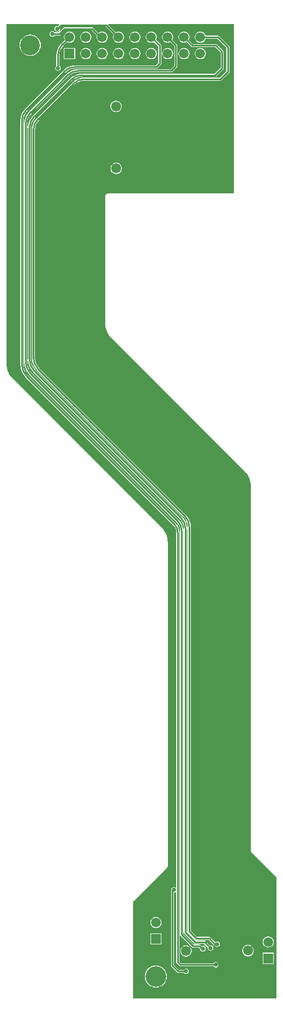
<source format=gbl>
G04 Layer_Physical_Order=2*
G04 Layer_Color=16711680*
%FSAX25Y25*%
%MOIN*%
G70*
G01*
G75*
%ADD11C,0.01000*%
%ADD14C,0.12598*%
%ADD15C,0.05906*%
%ADD16R,0.05906X0.05906*%
%ADD17C,0.05512*%
%ADD18R,0.07874X0.07874*%
%ADD19C,0.06102*%
%ADD20C,0.12097*%
%ADD21R,0.05906X0.05906*%
%ADD22C,0.02500*%
G36*
X0892978Y0811273D02*
X0815650D01*
X0815109Y0811166D01*
X0814651Y0810860D01*
X0814346Y0810402D01*
X0814238Y0809862D01*
Y0750807D01*
Y0732045D01*
X0814228D01*
X0814378Y0730136D01*
X0814825Y0728274D01*
X0815558Y0726504D01*
X0816559Y0724871D01*
X0817803Y0723415D01*
X0817810Y0723422D01*
X0842801Y0698431D01*
X0842801Y0698431D01*
X0900092Y0641140D01*
X0900123Y0641119D01*
X0901187Y0639874D01*
X0902062Y0638446D01*
X0902702Y0636899D01*
X0903093Y0635271D01*
X0903222Y0633638D01*
X0903215Y0633602D01*
Y0614705D01*
Y0410256D01*
X0903322Y0409716D01*
X0903628Y0409258D01*
X0918963Y0393923D01*
Y0319935D01*
X0831234D01*
Y0378963D01*
X0852081Y0399809D01*
X0852387Y0400267D01*
X0852494Y0400807D01*
X0852494Y0400807D01*
Y0553957D01*
Y0598169D01*
X0852508D01*
X0852342Y0600281D01*
X0851848Y0602340D01*
X0851037Y0604297D01*
X0849931Y0606103D01*
X0848555Y0607713D01*
X0848545Y0607703D01*
X0757002Y0699246D01*
X0756929Y0699294D01*
X0755735Y0700749D01*
X0754808Y0702485D01*
X0754236Y0704368D01*
X0754052Y0706241D01*
X0754069Y0706327D01*
X0754069Y0706327D01*
Y0750807D01*
Y0914750D01*
X0785909D01*
X0786101Y0914288D01*
X0785262Y0913449D01*
X0784941Y0913513D01*
X0784297Y0913385D01*
X0783751Y0913020D01*
X0783387Y0912475D01*
X0783259Y0911831D01*
X0783387Y0911187D01*
X0783751Y0910641D01*
X0784297Y0910276D01*
X0784941Y0910148D01*
X0785585Y0910276D01*
X0785887Y0910478D01*
X0785970Y0910534D01*
X0786289Y0910145D01*
X0785742Y0909599D01*
X0783163D01*
X0782981Y0909871D01*
X0782435Y0910235D01*
X0781791Y0910363D01*
X0781147Y0910235D01*
X0780602Y0909871D01*
X0780237Y0909325D01*
X0780109Y0908681D01*
X0780237Y0908037D01*
X0780602Y0907491D01*
X0781147Y0907127D01*
X0781791Y0906999D01*
X0782435Y0907127D01*
X0782981Y0907491D01*
X0783163Y0907763D01*
X0786122D01*
X0786473Y0907833D01*
X0786771Y0908032D01*
X0789652Y0910913D01*
X0805899D01*
X0809175Y0907637D01*
X0809155Y0907588D01*
X0809039Y0906713D01*
X0809155Y0905837D01*
X0809493Y0905022D01*
X0810030Y0904321D01*
X0810730Y0903784D01*
X0811546Y0903446D01*
X0812421Y0903331D01*
X0813297Y0903446D01*
X0814112Y0903784D01*
X0814812Y0904321D01*
X0815350Y0905022D01*
X0815688Y0905837D01*
X0815803Y0906713D01*
X0815688Y0907588D01*
X0815350Y0908403D01*
X0814812Y0909104D01*
X0814112Y0909641D01*
X0813297Y0909979D01*
X0812421Y0910094D01*
X0811546Y0909979D01*
X0810730Y0909641D01*
X0810185Y0909223D01*
X0806928Y0912479D01*
X0806631Y0912678D01*
X0806279Y0912748D01*
X0789272D01*
X0788920Y0912678D01*
X0788623Y0912479D01*
X0786626Y0910483D01*
X0786238Y0910802D01*
X0786293Y0910885D01*
X0786495Y0911187D01*
X0786623Y0911831D01*
X0786559Y0912151D01*
X0787683Y0913275D01*
X0814482D01*
X0819452Y0908305D01*
X0819155Y0907588D01*
X0819040Y0906713D01*
X0819155Y0905837D01*
X0819493Y0905022D01*
X0820030Y0904321D01*
X0820730Y0903784D01*
X0821546Y0903446D01*
X0822421Y0903331D01*
X0823297Y0903446D01*
X0824112Y0903784D01*
X0824812Y0904321D01*
X0825350Y0905022D01*
X0825688Y0905837D01*
X0825803Y0906713D01*
X0825688Y0907588D01*
X0825350Y0908403D01*
X0824812Y0909104D01*
X0824112Y0909641D01*
X0823297Y0909979D01*
X0822421Y0910094D01*
X0821546Y0909979D01*
X0820730Y0909641D01*
X0820720Y0909633D01*
X0816065Y0914288D01*
X0816256Y0914750D01*
X0892978D01*
Y0811273D01*
D02*
G37*
%LPC*%
G36*
X0820836Y0868010D02*
X0819935Y0867891D01*
X0819096Y0867544D01*
X0818375Y0866990D01*
X0817822Y0866270D01*
X0817474Y0865430D01*
X0817355Y0864529D01*
X0817474Y0863628D01*
X0817822Y0862789D01*
X0818375Y0862068D01*
X0819096Y0861514D01*
X0819935Y0861167D01*
X0820836Y0861048D01*
X0821737Y0861167D01*
X0822577Y0861514D01*
X0823298Y0862068D01*
X0823851Y0862789D01*
X0824199Y0863628D01*
X0824317Y0864529D01*
X0824199Y0865430D01*
X0823851Y0866270D01*
X0823298Y0866990D01*
X0822577Y0867544D01*
X0821737Y0867891D01*
X0820836Y0868010D01*
D02*
G37*
G36*
X0821033Y0830116D02*
X0820132Y0829998D01*
X0819293Y0829650D01*
X0818572Y0829097D01*
X0818018Y0828376D01*
X0817671Y0827536D01*
X0817552Y0826635D01*
X0817671Y0825734D01*
X0818018Y0824895D01*
X0818572Y0824174D01*
X0819293Y0823621D01*
X0820132Y0823273D01*
X0821033Y0823154D01*
X0821934Y0823273D01*
X0822773Y0823621D01*
X0823494Y0824174D01*
X0824048Y0824895D01*
X0824395Y0825734D01*
X0824514Y0826635D01*
X0824395Y0827536D01*
X0824048Y0828376D01*
X0823494Y0829097D01*
X0822773Y0829650D01*
X0821934Y0829998D01*
X0821033Y0830116D01*
D02*
G37*
G36*
X0845177Y0369701D02*
X0844302Y0369585D01*
X0843486Y0369248D01*
X0842786Y0368710D01*
X0842249Y0368010D01*
X0841911Y0367194D01*
X0841795Y0366319D01*
X0841911Y0365444D01*
X0842249Y0364628D01*
X0842786Y0363928D01*
X0843486Y0363390D01*
X0844302Y0363052D01*
X0845177Y0362937D01*
X0846052Y0363052D01*
X0846868Y0363390D01*
X0847568Y0363928D01*
X0848106Y0364628D01*
X0848444Y0365444D01*
X0848559Y0366319D01*
X0848444Y0367194D01*
X0848106Y0368010D01*
X0847568Y0368710D01*
X0846868Y0369248D01*
X0846052Y0369585D01*
X0845177Y0369701D01*
D02*
G37*
G36*
X0802421Y0900094D02*
X0801546Y0899979D01*
X0800730Y0899641D01*
X0800030Y0899104D01*
X0799493Y0898403D01*
X0799155Y0897588D01*
X0799040Y0896712D01*
X0799155Y0895837D01*
X0799493Y0895022D01*
X0800030Y0894321D01*
X0800730Y0893784D01*
X0801546Y0893446D01*
X0802421Y0893331D01*
X0803296Y0893446D01*
X0804112Y0893784D01*
X0804812Y0894321D01*
X0805350Y0895022D01*
X0805688Y0895837D01*
X0805803Y0896712D01*
X0805688Y0897588D01*
X0805350Y0898403D01*
X0804812Y0899104D01*
X0804112Y0899641D01*
X0803296Y0899979D01*
X0802421Y0900094D01*
D02*
G37*
G36*
X0842421Y0910094D02*
X0841546Y0909979D01*
X0840730Y0909641D01*
X0840030Y0909104D01*
X0839493Y0908403D01*
X0839155Y0907588D01*
X0839040Y0906713D01*
X0839155Y0905837D01*
X0839493Y0905022D01*
X0840030Y0904321D01*
X0840730Y0903784D01*
X0841546Y0903446D01*
X0842421Y0903331D01*
X0843297Y0903446D01*
X0844070Y0903766D01*
X0846622Y0901214D01*
Y0890951D01*
X0845191Y0889520D01*
X0796170D01*
Y0889536D01*
X0794459Y0889401D01*
X0792791Y0889001D01*
X0791206Y0888344D01*
X0789743Y0887448D01*
X0788438Y0886334D01*
X0788450Y0886322D01*
X0788450Y0886322D01*
X0765567Y0863440D01*
X0765556Y0863451D01*
X0764442Y0862147D01*
X0763545Y0860684D01*
X0762889Y0859099D01*
X0762488Y0857430D01*
X0762354Y0855720D01*
X0762370D01*
Y0706918D01*
X0762354D01*
X0762488Y0705207D01*
X0762889Y0703539D01*
X0763545Y0701954D01*
X0764442Y0700491D01*
X0765556Y0699186D01*
X0765567Y0699198D01*
X0855742Y0609023D01*
X0855742Y0609023D01*
X0855741Y0609022D01*
X0856549Y0608038D01*
X0857150Y0606915D01*
X0857519Y0605696D01*
X0857644Y0604428D01*
X0857645D01*
Y0387861D01*
X0857145Y0387593D01*
X0856845Y0387794D01*
X0856201Y0387922D01*
X0855557Y0387794D01*
X0855011Y0387430D01*
X0854646Y0386884D01*
X0854598Y0386640D01*
X0854566Y0386591D01*
X0854496Y0386240D01*
Y0340177D01*
X0854566Y0339826D01*
X0854764Y0339528D01*
X0858308Y0335985D01*
X0858605Y0335786D01*
X0858957Y0335716D01*
X0862310D01*
X0862492Y0335444D01*
X0863037Y0335080D01*
X0863681Y0334951D01*
X0864325Y0335080D01*
X0864871Y0335444D01*
X0865235Y0335990D01*
X0865363Y0336634D01*
X0865235Y0337278D01*
X0864871Y0337823D01*
X0864325Y0338188D01*
X0863681Y0338316D01*
X0863037Y0338188D01*
X0862492Y0337823D01*
X0862310Y0337551D01*
X0859337D01*
X0856331Y0340557D01*
Y0384584D01*
X0856845Y0384686D01*
X0857145Y0384887D01*
X0857645Y0384619D01*
Y0342146D01*
X0857715Y0341794D01*
X0857914Y0341497D01*
X0859489Y0339922D01*
X0859787Y0339723D01*
X0860138Y0339653D01*
X0880469D01*
X0880651Y0339381D01*
X0881197Y0339017D01*
X0881841Y0338889D01*
X0882484Y0339017D01*
X0883030Y0339381D01*
X0883395Y0339927D01*
X0883523Y0340571D01*
X0883395Y0341215D01*
X0883030Y0341760D01*
X0882484Y0342125D01*
X0881841Y0342253D01*
X0881197Y0342125D01*
X0880651Y0341760D01*
X0880469Y0341488D01*
X0860518D01*
X0859481Y0342526D01*
Y0604428D01*
X0859503D01*
X0859343Y0606058D01*
X0858867Y0607626D01*
X0858095Y0609071D01*
X0857056Y0610337D01*
X0857040Y0610321D01*
X0857040Y0610321D01*
X0766865Y0700495D01*
X0766833Y0700517D01*
X0765726Y0701865D01*
X0764886Y0703438D01*
X0764368Y0705144D01*
X0764197Y0706879D01*
X0764205Y0706918D01*
Y0855720D01*
X0764197Y0855758D01*
X0764368Y0857494D01*
X0764886Y0859200D01*
X0765726Y0860772D01*
X0766833Y0862121D01*
X0766865Y0862142D01*
X0789747Y0885025D01*
X0789769Y0885057D01*
X0791117Y0886164D01*
X0792690Y0887004D01*
X0794395Y0887521D01*
X0796131Y0887692D01*
X0796170Y0887685D01*
X0845571D01*
X0845922Y0887755D01*
X0846220Y0887953D01*
X0848188Y0889922D01*
X0848387Y0890220D01*
X0848457Y0890571D01*
Y0901594D01*
X0848387Y0901946D01*
X0848188Y0902243D01*
X0845367Y0905064D01*
X0845688Y0905837D01*
X0845803Y0906713D01*
X0845688Y0907588D01*
X0845350Y0908403D01*
X0844812Y0909104D01*
X0844112Y0909641D01*
X0843297Y0909979D01*
X0842421Y0910094D01*
D02*
G37*
G36*
X0872421D02*
X0871546Y0909979D01*
X0870730Y0909641D01*
X0870030Y0909104D01*
X0869493Y0908403D01*
X0869155Y0907588D01*
X0869040Y0906713D01*
X0869155Y0905837D01*
X0869493Y0905022D01*
X0870030Y0904321D01*
X0870730Y0903784D01*
X0871546Y0903446D01*
X0872421Y0903331D01*
X0873297Y0903446D01*
X0874112Y0903784D01*
X0874812Y0904321D01*
X0875350Y0905022D01*
X0875670Y0905795D01*
X0882986D01*
X0888354Y0900427D01*
Y0886226D01*
X0884167Y0882040D01*
X0801682D01*
Y0882056D01*
X0799971Y0881921D01*
X0798303Y0881521D01*
X0796718Y0880864D01*
X0795255Y0879967D01*
X0793950Y0878853D01*
X0793961Y0878842D01*
X0772654Y0857534D01*
X0772643Y0857546D01*
X0771528Y0856241D01*
X0770632Y0854778D01*
X0769975Y0853193D01*
X0769575Y0851525D01*
X0769440Y0849815D01*
X0769456D01*
Y0711248D01*
X0769440D01*
X0769575Y0709538D01*
X0769975Y0707870D01*
X0770632Y0706285D01*
X0771528Y0704822D01*
X0772643Y0703517D01*
X0772654Y0703528D01*
X0862072Y0614111D01*
X0862104Y0614089D01*
X0863211Y0612741D01*
X0864051Y0611168D01*
X0864569Y0609463D01*
X0864740Y0607727D01*
X0864732Y0607689D01*
Y0607279D01*
X0864695Y0607240D01*
X0864499Y0607257D01*
X0864175Y0607420D01*
X0864040Y0608793D01*
X0863455Y0610719D01*
X0862507Y0612494D01*
X0861230Y0614050D01*
X0861207Y0614027D01*
X0861207Y0614027D01*
X0771590Y0703645D01*
X0771557Y0703667D01*
X0770451Y0705015D01*
X0769610Y0706587D01*
X0769093Y0708293D01*
X0768922Y0710029D01*
X0768929Y0710067D01*
Y0851389D01*
X0768922Y0851428D01*
X0769093Y0853163D01*
X0769610Y0854869D01*
X0770451Y0856441D01*
X0771557Y0857790D01*
X0771590Y0857812D01*
X0793684Y0879906D01*
X0793706Y0879939D01*
X0795054Y0881045D01*
X0796627Y0881886D01*
X0798333Y0882403D01*
X0800068Y0882574D01*
X0800107Y0882567D01*
X0881398D01*
X0881749Y0882636D01*
X0882047Y0882835D01*
X0886377Y0887166D01*
X0886576Y0887464D01*
X0886646Y0887815D01*
Y0897657D01*
X0886576Y0898009D01*
X0886377Y0898306D01*
X0882440Y0902243D01*
X0882143Y0902442D01*
X0881791Y0902512D01*
X0867919D01*
X0865367Y0905064D01*
X0865688Y0905837D01*
X0865803Y0906713D01*
X0865688Y0907588D01*
X0865350Y0908403D01*
X0864812Y0909104D01*
X0864112Y0909641D01*
X0863297Y0909979D01*
X0862421Y0910094D01*
X0861546Y0909979D01*
X0860730Y0909641D01*
X0860030Y0909104D01*
X0859493Y0908403D01*
X0859155Y0907588D01*
X0859039Y0906713D01*
X0859155Y0905837D01*
X0859493Y0905022D01*
X0860030Y0904321D01*
X0860730Y0903784D01*
X0861546Y0903446D01*
X0862421Y0903331D01*
X0863297Y0903446D01*
X0864070Y0903766D01*
X0866891Y0900946D01*
X0867188Y0900747D01*
X0867539Y0900677D01*
X0881411D01*
X0884811Y0897277D01*
Y0888195D01*
X0881017Y0884402D01*
X0800107D01*
Y0884418D01*
X0798396Y0884283D01*
X0796728Y0883883D01*
X0795143Y0883226D01*
X0793680Y0882330D01*
X0792375Y0881215D01*
X0792387Y0881204D01*
X0770292Y0859109D01*
X0770281Y0859121D01*
X0769166Y0857816D01*
X0768270Y0856353D01*
X0767613Y0854768D01*
X0767213Y0853100D01*
X0767078Y0851389D01*
X0767094D01*
Y0710067D01*
X0767078D01*
X0767213Y0708357D01*
X0767613Y0706689D01*
X0768270Y0705103D01*
X0769166Y0703641D01*
X0770281Y0702336D01*
X0770292Y0702347D01*
X0859910Y0612730D01*
X0859933Y0612714D01*
X0860961Y0611461D01*
X0861738Y0610008D01*
X0862216Y0608431D01*
X0862375Y0606818D01*
X0862370Y0606790D01*
Y0606100D01*
X0862343Y0605610D01*
X0862332Y0605610D01*
X0861865Y0605662D01*
X0861829Y0606024D01*
X0861691Y0607426D01*
X0861161Y0609172D01*
X0860301Y0610782D01*
X0859143Y0612193D01*
X0859124Y0612174D01*
X0859124Y0612174D01*
X0769227Y0702070D01*
X0769195Y0702092D01*
X0768088Y0703440D01*
X0767248Y0705012D01*
X0766730Y0706718D01*
X0766560Y0708454D01*
X0766567Y0708493D01*
Y0853751D01*
X0766560Y0853790D01*
X0766730Y0855526D01*
X0767248Y0857232D01*
X0768088Y0858804D01*
X0769195Y0860152D01*
X0769227Y0860174D01*
X0791716Y0882662D01*
X0791738Y0882695D01*
X0793086Y0883801D01*
X0794658Y0884642D01*
X0796364Y0885159D01*
X0798100Y0885330D01*
X0798138Y0885322D01*
X0854626D01*
X0854977Y0885392D01*
X0855275Y0885591D01*
X0858031Y0888347D01*
X0858230Y0888645D01*
X0858300Y0888996D01*
Y0901752D01*
X0858230Y0902103D01*
X0858031Y0902401D01*
X0855367Y0905064D01*
X0855688Y0905837D01*
X0855803Y0906713D01*
X0855688Y0907588D01*
X0855350Y0908403D01*
X0854812Y0909104D01*
X0854112Y0909641D01*
X0853296Y0909979D01*
X0852421Y0910094D01*
X0851546Y0909979D01*
X0850730Y0909641D01*
X0850030Y0909104D01*
X0849493Y0908403D01*
X0849155Y0907588D01*
X0849039Y0906713D01*
X0849155Y0905837D01*
X0849493Y0905022D01*
X0850030Y0904321D01*
X0850730Y0903784D01*
X0851546Y0903446D01*
X0852421Y0903331D01*
X0853296Y0903446D01*
X0854070Y0903766D01*
X0856464Y0901372D01*
Y0889376D01*
X0854246Y0887158D01*
X0798138D01*
Y0887174D01*
X0796428Y0887039D01*
X0794760Y0886639D01*
X0793174Y0885982D01*
X0791712Y0885086D01*
X0790407Y0883971D01*
X0790418Y0883960D01*
X0767930Y0861471D01*
X0767918Y0861483D01*
X0766804Y0860178D01*
X0765908Y0858715D01*
X0765251Y0857130D01*
X0764851Y0855462D01*
X0764716Y0853751D01*
X0764732D01*
Y0708493D01*
X0764716D01*
X0764851Y0706782D01*
X0765251Y0705114D01*
X0765908Y0703529D01*
X0766804Y0702066D01*
X0767918Y0700761D01*
X0767930Y0700772D01*
X0857826Y0610876D01*
X0857836Y0610870D01*
X0858755Y0609750D01*
X0859444Y0608461D01*
X0859868Y0607063D01*
X0860010Y0605621D01*
X0860007Y0605609D01*
Y0359075D01*
X0860077Y0358724D01*
X0860276Y0358426D01*
X0867363Y0351339D01*
X0867661Y0351140D01*
X0868012Y0351070D01*
X0871569D01*
X0872237Y0350402D01*
X0872363Y0349769D01*
X0872728Y0349224D01*
X0873273Y0348859D01*
X0873917Y0348731D01*
X0874561Y0348859D01*
X0875107Y0349224D01*
X0875472Y0349769D01*
X0875600Y0350413D01*
X0875472Y0351057D01*
X0875107Y0351603D01*
X0874561Y0351968D01*
X0873917Y0352096D01*
X0873273Y0351968D01*
X0873270Y0351965D01*
X0872598Y0352637D01*
X0872300Y0352836D01*
X0871949Y0352906D01*
X0868392D01*
X0861843Y0359455D01*
Y0605114D01*
X0861843Y0605121D01*
X0861843Y0605121D01*
X0861870Y0605147D01*
X0862370Y0604936D01*
Y0360256D01*
X0862440Y0359905D01*
X0862638Y0359607D01*
X0868544Y0353701D01*
X0868842Y0353503D01*
X0869193Y0353433D01*
X0874718D01*
X0877023Y0351128D01*
X0876959Y0350807D01*
X0877087Y0350163D01*
X0877452Y0349617D01*
X0877998Y0349253D01*
X0878642Y0349125D01*
X0879286Y0349253D01*
X0879831Y0349617D01*
X0880196Y0350163D01*
X0880324Y0350807D01*
X0880196Y0351451D01*
X0879831Y0351997D01*
X0879286Y0352361D01*
X0878642Y0352489D01*
X0878321Y0352426D01*
X0875747Y0354999D01*
X0875449Y0355198D01*
X0875098Y0355268D01*
X0869958D01*
X0869865Y0355388D01*
X0869899Y0355509D01*
X0870104Y0355795D01*
X0877474D01*
X0880749Y0352520D01*
X0881046Y0352322D01*
X0881178Y0352295D01*
X0881389Y0351980D01*
X0881935Y0351615D01*
X0882579Y0351487D01*
X0883222Y0351615D01*
X0883768Y0351980D01*
X0884133Y0352525D01*
X0884261Y0353169D01*
X0884133Y0353813D01*
X0883768Y0354359D01*
X0883222Y0354724D01*
X0882579Y0354852D01*
X0881935Y0354724D01*
X0881459Y0354405D01*
X0878503Y0357361D01*
X0878205Y0357560D01*
X0877854Y0357630D01*
X0870360D01*
X0866567Y0361423D01*
Y0607689D01*
X0866583D01*
X0866449Y0609399D01*
X0866048Y0611067D01*
X0865392Y0612652D01*
X0864495Y0614115D01*
X0863381Y0615420D01*
X0863369Y0615408D01*
X0773952Y0704826D01*
X0773919Y0704848D01*
X0772813Y0706196D01*
X0771972Y0707768D01*
X0771455Y0709474D01*
X0771284Y0711210D01*
X0771292Y0711248D01*
Y0849815D01*
X0771284Y0849853D01*
X0771455Y0851589D01*
X0771972Y0853294D01*
X0772813Y0854867D01*
X0773919Y0856215D01*
X0773952Y0856237D01*
X0795259Y0877544D01*
X0795281Y0877577D01*
X0796629Y0878683D01*
X0798201Y0879524D01*
X0799907Y0880041D01*
X0801643Y0880212D01*
X0801682Y0880204D01*
X0884547D01*
X0884898Y0880274D01*
X0885196Y0880473D01*
X0889921Y0885198D01*
X0890119Y0885495D01*
X0890189Y0885846D01*
Y0900807D01*
X0890119Y0901158D01*
X0889921Y0901456D01*
X0884015Y0907361D01*
X0883717Y0907560D01*
X0883366Y0907630D01*
X0875670D01*
X0875350Y0908403D01*
X0874812Y0909104D01*
X0874112Y0909641D01*
X0873297Y0909979D01*
X0872421Y0910094D01*
D02*
G37*
G36*
X0863632Y0352516D02*
X0862731Y0352398D01*
X0861891Y0352050D01*
X0861170Y0351497D01*
X0860617Y0350776D01*
X0860270Y0349936D01*
X0860151Y0349035D01*
X0860270Y0348134D01*
X0860617Y0347295D01*
X0861170Y0346574D01*
X0861891Y0346021D01*
X0862731Y0345673D01*
X0863632Y0345554D01*
X0864533Y0345673D01*
X0865372Y0346021D01*
X0866093Y0346574D01*
X0866646Y0347295D01*
X0866994Y0348134D01*
X0867113Y0349035D01*
X0866994Y0349936D01*
X0866646Y0350776D01*
X0866093Y0351497D01*
X0865372Y0352050D01*
X0864533Y0352398D01*
X0863632Y0352516D01*
D02*
G37*
G36*
X0917231Y0347900D02*
X0910525D01*
Y0341194D01*
X0917231D01*
Y0347900D01*
D02*
G37*
G36*
X0845177Y0340216D02*
X0843864Y0340087D01*
X0842601Y0339703D01*
X0841437Y0339081D01*
X0840417Y0338244D01*
X0839580Y0337224D01*
X0838958Y0336060D01*
X0838575Y0334798D01*
X0838445Y0333484D01*
X0838575Y0332171D01*
X0838958Y0330908D01*
X0839580Y0329744D01*
X0840417Y0328724D01*
X0841437Y0327887D01*
X0842601Y0327265D01*
X0843864Y0326882D01*
X0845177Y0326753D01*
X0846490Y0326882D01*
X0847753Y0327265D01*
X0848917Y0327887D01*
X0849937Y0328724D01*
X0850774Y0329744D01*
X0851396Y0330908D01*
X0851779Y0332171D01*
X0851909Y0333484D01*
X0851779Y0334798D01*
X0851396Y0336060D01*
X0850774Y0337224D01*
X0849937Y0338244D01*
X0848917Y0339081D01*
X0847753Y0339703D01*
X0846490Y0340087D01*
X0845177Y0340216D01*
D02*
G37*
G36*
X0848530Y0359672D02*
X0841824D01*
Y0352966D01*
X0848530D01*
Y0359672D01*
D02*
G37*
G36*
X0913878Y0357929D02*
X0913003Y0357814D01*
X0912187Y0357476D01*
X0911487Y0356938D01*
X0910949Y0356238D01*
X0910612Y0355422D01*
X0910496Y0354547D01*
X0910612Y0353672D01*
X0910949Y0352856D01*
X0911487Y0352156D01*
X0912187Y0351619D01*
X0913003Y0351281D01*
X0913878Y0351166D01*
X0914753Y0351281D01*
X0915569Y0351619D01*
X0916269Y0352156D01*
X0916807Y0352856D01*
X0917144Y0353672D01*
X0917260Y0354547D01*
X0917144Y0355422D01*
X0916807Y0356238D01*
X0916269Y0356938D01*
X0915569Y0357476D01*
X0914753Y0357814D01*
X0913878Y0357929D01*
D02*
G37*
G36*
X0901525Y0352713D02*
X0900625Y0352595D01*
X0899785Y0352247D01*
X0899064Y0351694D01*
X0898511Y0350973D01*
X0898163Y0350133D01*
X0898045Y0349232D01*
X0898163Y0348331D01*
X0898511Y0347492D01*
X0899064Y0346771D01*
X0899785Y0346218D01*
X0900625Y0345870D01*
X0901525Y0345751D01*
X0902427Y0345870D01*
X0903266Y0346218D01*
X0903987Y0346771D01*
X0904540Y0347492D01*
X0904888Y0348331D01*
X0905007Y0349232D01*
X0904888Y0350133D01*
X0904540Y0350973D01*
X0903987Y0351694D01*
X0903266Y0352247D01*
X0902427Y0352595D01*
X0901525Y0352713D01*
D02*
G37*
G36*
X0795774Y0900065D02*
X0789069D01*
Y0893360D01*
X0795774D01*
Y0900065D01*
D02*
G37*
G36*
X0872421Y0900094D02*
X0871546Y0899979D01*
X0870730Y0899641D01*
X0870030Y0899104D01*
X0869493Y0898403D01*
X0869155Y0897588D01*
X0869040Y0896712D01*
X0869155Y0895837D01*
X0869493Y0895022D01*
X0870030Y0894321D01*
X0870730Y0893784D01*
X0871546Y0893446D01*
X0872421Y0893331D01*
X0873297Y0893446D01*
X0874112Y0893784D01*
X0874812Y0894321D01*
X0875350Y0895022D01*
X0875688Y0895837D01*
X0875803Y0896712D01*
X0875688Y0897588D01*
X0875350Y0898403D01*
X0874812Y0899104D01*
X0874112Y0899641D01*
X0873297Y0899979D01*
X0872421Y0900094D01*
D02*
G37*
G36*
X0832421Y0910094D02*
X0831546Y0909979D01*
X0830730Y0909641D01*
X0830030Y0909104D01*
X0829493Y0908403D01*
X0829155Y0907588D01*
X0829039Y0906713D01*
X0829155Y0905837D01*
X0829493Y0905022D01*
X0830030Y0904321D01*
X0830730Y0903784D01*
X0831546Y0903446D01*
X0832421Y0903331D01*
X0833296Y0903446D01*
X0834112Y0903784D01*
X0834812Y0904321D01*
X0835350Y0905022D01*
X0835688Y0905837D01*
X0835803Y0906713D01*
X0835688Y0907588D01*
X0835350Y0908403D01*
X0834812Y0909104D01*
X0834112Y0909641D01*
X0833296Y0909979D01*
X0832421Y0910094D01*
D02*
G37*
G36*
X0802421D02*
X0801546Y0909979D01*
X0800730Y0909641D01*
X0800030Y0909104D01*
X0799493Y0908403D01*
X0799155Y0907588D01*
X0799040Y0906713D01*
X0799155Y0905837D01*
X0799493Y0905022D01*
X0800030Y0904321D01*
X0800730Y0903784D01*
X0801546Y0903446D01*
X0802421Y0903331D01*
X0803296Y0903446D01*
X0804112Y0903784D01*
X0804812Y0904321D01*
X0805350Y0905022D01*
X0805688Y0905837D01*
X0805803Y0906713D01*
X0805688Y0907588D01*
X0805350Y0908403D01*
X0804812Y0909104D01*
X0804112Y0909641D01*
X0803296Y0909979D01*
X0802421Y0910094D01*
D02*
G37*
G36*
X0792421D02*
X0791546Y0909979D01*
X0790730Y0909641D01*
X0790030Y0909104D01*
X0789493Y0908403D01*
X0789155Y0907588D01*
X0789040Y0906713D01*
X0789155Y0905837D01*
X0789475Y0905064D01*
X0787615Y0903204D01*
X0787603Y0903215D01*
X0786489Y0901910D01*
X0785593Y0900448D01*
X0784936Y0898862D01*
X0784536Y0897194D01*
X0784401Y0895484D01*
X0784417D01*
Y0889186D01*
X0784145Y0889005D01*
X0783780Y0888459D01*
X0783652Y0887815D01*
X0783780Y0887171D01*
X0784145Y0886625D01*
X0784691Y0886261D01*
X0785335Y0886133D01*
X0785978Y0886261D01*
X0786524Y0886625D01*
X0786889Y0887171D01*
X0787017Y0887815D01*
X0786889Y0888459D01*
X0786524Y0889005D01*
X0786252Y0889186D01*
Y0895484D01*
X0786245Y0895522D01*
X0786415Y0897258D01*
X0786933Y0898964D01*
X0787773Y0900536D01*
X0788880Y0901884D01*
X0788912Y0901906D01*
X0790773Y0903766D01*
X0791546Y0903446D01*
X0792421Y0903331D01*
X0793296Y0903446D01*
X0794112Y0903784D01*
X0794812Y0904321D01*
X0795350Y0905022D01*
X0795688Y0905837D01*
X0795803Y0906713D01*
X0795688Y0907588D01*
X0795350Y0908403D01*
X0794812Y0909104D01*
X0794112Y0909641D01*
X0793296Y0909979D01*
X0792421Y0910094D01*
D02*
G37*
G36*
X0768405Y0908311D02*
X0767141Y0908186D01*
X0765926Y0907817D01*
X0764806Y0907218D01*
X0763824Y0906413D01*
X0763018Y0905431D01*
X0762419Y0904310D01*
X0762050Y0903095D01*
X0761926Y0901831D01*
X0762050Y0900566D01*
X0762419Y0899351D01*
X0763018Y0898231D01*
X0763824Y0897249D01*
X0764806Y0896443D01*
X0765926Y0895844D01*
X0767141Y0895475D01*
X0768405Y0895351D01*
X0769670Y0895475D01*
X0770885Y0895844D01*
X0772006Y0896443D01*
X0772988Y0897249D01*
X0773793Y0898231D01*
X0774392Y0899351D01*
X0774761Y0900566D01*
X0774885Y0901831D01*
X0774761Y0903095D01*
X0774392Y0904310D01*
X0773793Y0905431D01*
X0772988Y0906413D01*
X0772006Y0907218D01*
X0770885Y0907817D01*
X0769670Y0908186D01*
X0768405Y0908311D01*
D02*
G37*
G36*
X0832421Y0900094D02*
X0831546Y0899979D01*
X0830730Y0899641D01*
X0830030Y0899104D01*
X0829493Y0898403D01*
X0829155Y0897588D01*
X0829039Y0896712D01*
X0829155Y0895837D01*
X0829493Y0895022D01*
X0830030Y0894321D01*
X0830730Y0893784D01*
X0831546Y0893446D01*
X0832421Y0893331D01*
X0833296Y0893446D01*
X0834112Y0893784D01*
X0834812Y0894321D01*
X0835350Y0895022D01*
X0835688Y0895837D01*
X0835803Y0896712D01*
X0835688Y0897588D01*
X0835350Y0898403D01*
X0834812Y0899104D01*
X0834112Y0899641D01*
X0833296Y0899979D01*
X0832421Y0900094D01*
D02*
G37*
G36*
X0822421D02*
X0821546Y0899979D01*
X0820730Y0899641D01*
X0820030Y0899104D01*
X0819493Y0898403D01*
X0819155Y0897588D01*
X0819040Y0896712D01*
X0819155Y0895837D01*
X0819493Y0895022D01*
X0820030Y0894321D01*
X0820730Y0893784D01*
X0821546Y0893446D01*
X0822421Y0893331D01*
X0823297Y0893446D01*
X0824112Y0893784D01*
X0824812Y0894321D01*
X0825350Y0895022D01*
X0825688Y0895837D01*
X0825803Y0896712D01*
X0825688Y0897588D01*
X0825350Y0898403D01*
X0824812Y0899104D01*
X0824112Y0899641D01*
X0823297Y0899979D01*
X0822421Y0900094D01*
D02*
G37*
G36*
X0812421D02*
X0811546Y0899979D01*
X0810730Y0899641D01*
X0810030Y0899104D01*
X0809493Y0898403D01*
X0809155Y0897588D01*
X0809039Y0896712D01*
X0809155Y0895837D01*
X0809493Y0895022D01*
X0810030Y0894321D01*
X0810730Y0893784D01*
X0811546Y0893446D01*
X0812421Y0893331D01*
X0813297Y0893446D01*
X0814112Y0893784D01*
X0814812Y0894321D01*
X0815350Y0895022D01*
X0815688Y0895837D01*
X0815803Y0896712D01*
X0815688Y0897588D01*
X0815350Y0898403D01*
X0814812Y0899104D01*
X0814112Y0899641D01*
X0813297Y0899979D01*
X0812421Y0900094D01*
D02*
G37*
G36*
X0862421D02*
X0861546Y0899979D01*
X0860730Y0899641D01*
X0860030Y0899104D01*
X0859493Y0898403D01*
X0859155Y0897588D01*
X0859039Y0896712D01*
X0859155Y0895837D01*
X0859493Y0895022D01*
X0860030Y0894321D01*
X0860730Y0893784D01*
X0861546Y0893446D01*
X0862421Y0893331D01*
X0863297Y0893446D01*
X0864112Y0893784D01*
X0864812Y0894321D01*
X0865350Y0895022D01*
X0865688Y0895837D01*
X0865803Y0896712D01*
X0865688Y0897588D01*
X0865350Y0898403D01*
X0864812Y0899104D01*
X0864112Y0899641D01*
X0863297Y0899979D01*
X0862421Y0900094D01*
D02*
G37*
G36*
X0852421D02*
X0851546Y0899979D01*
X0850730Y0899641D01*
X0850030Y0899104D01*
X0849493Y0898403D01*
X0849155Y0897588D01*
X0849039Y0896712D01*
X0849155Y0895837D01*
X0849493Y0895022D01*
X0850030Y0894321D01*
X0850730Y0893784D01*
X0851546Y0893446D01*
X0852421Y0893331D01*
X0853296Y0893446D01*
X0854112Y0893784D01*
X0854812Y0894321D01*
X0855350Y0895022D01*
X0855688Y0895837D01*
X0855803Y0896712D01*
X0855688Y0897588D01*
X0855350Y0898403D01*
X0854812Y0899104D01*
X0854112Y0899641D01*
X0853296Y0899979D01*
X0852421Y0900094D01*
D02*
G37*
G36*
X0842421D02*
X0841546Y0899979D01*
X0840730Y0899641D01*
X0840030Y0899104D01*
X0839493Y0898403D01*
X0839155Y0897588D01*
X0839040Y0896712D01*
X0839155Y0895837D01*
X0839493Y0895022D01*
X0840030Y0894321D01*
X0840730Y0893784D01*
X0841546Y0893446D01*
X0842421Y0893331D01*
X0843297Y0893446D01*
X0844112Y0893784D01*
X0844812Y0894321D01*
X0845350Y0895022D01*
X0845688Y0895837D01*
X0845803Y0896712D01*
X0845688Y0897588D01*
X0845350Y0898403D01*
X0844812Y0899104D01*
X0844112Y0899641D01*
X0843297Y0899979D01*
X0842421Y0900094D01*
D02*
G37*
%LPD*%
G36*
X0864732Y0606112D02*
Y0361167D01*
X0864446Y0360962D01*
X0864325Y0360928D01*
X0864205Y0361021D01*
Y0606185D01*
X0864350Y0606275D01*
X0864732Y0606112D01*
D02*
G37*
D11*
X0773303Y0856886D02*
G03*
X0770374Y0849815I0007071J-0007071D01*
G01*
X0801682Y0881122D02*
G03*
X0794610Y0878193I0000000J-0010000D01*
G01*
X0800107Y0883484D02*
G03*
X0793036Y0880555I0000000J-0010000D01*
G01*
X0770941Y0858460D02*
G03*
X0768012Y0851389I0007071J-0007071D01*
G01*
X0798138Y0886240D02*
G03*
X0791067Y0883311I0000000J-0010000D01*
G01*
X0768578Y0860823D02*
G03*
X0765650Y0853751I0007071J-0007071D01*
G01*
X0796170Y0888602D02*
G03*
X0789099Y0885673I0000000J-0010000D01*
G01*
X0766216Y0862791D02*
G03*
X0763287Y0855720I0007071J-0007071D01*
G01*
X0770374Y0711248D02*
G03*
X0773303Y0704177I0010000J0000000D01*
G01*
X0768012Y0710067D02*
G03*
X0770941Y0702996I0010000J0000000D01*
G01*
X0765650Y0708493D02*
G03*
X0768578Y0701421I0010000J0000000D01*
G01*
X0763287Y0706918D02*
G03*
X0766216Y0699847I0010000J0000000D01*
G01*
X0865650Y0607689D02*
G03*
X0862721Y0614760I-0010000J0000000D01*
G01*
X0863287Y0606790D02*
G03*
X0860559Y0613378I-0009317J0000000D01*
G01*
X0860925Y0605609D02*
G03*
X0858475Y0611525I-0008367J0000000D01*
G01*
X0858563Y0604428D02*
G03*
X0856391Y0609672I-0007416J0000000D01*
G01*
X0872027Y0906083D02*
G03*
X0872185Y0905925I0000158J0000000D01*
G01*
X0788264Y0902555D02*
G03*
X0785335Y0895484I0007071J-0007071D01*
G01*
X0885728Y0887815D02*
Y0897657D01*
X0881398Y0883484D02*
X0885728Y0887815D01*
X0800107Y0883484D02*
X0881398D01*
X0881791Y0901594D02*
X0885728Y0897657D01*
X0801682Y0881122D02*
X0884547D01*
X0889272Y0885846D01*
Y0900807D01*
X0883366Y0906713D02*
X0889272Y0900807D01*
X0872421Y0906713D02*
X0883366D01*
X0862421D02*
X0867539Y0901594D01*
X0881791D01*
X0798138Y0886240D02*
X0854626D01*
X0852421Y0906713D02*
X0857382Y0901752D01*
Y0888996D02*
Y0901752D01*
X0854626Y0886240D02*
X0857382Y0888996D01*
X0842421Y0906713D02*
X0847539Y0901594D01*
Y0890571D02*
Y0901594D01*
X0845571Y0888602D02*
X0847539Y0890571D01*
X0796170Y0888602D02*
X0845571D01*
X0806279Y0911831D02*
X0812027Y0906083D01*
X0789272Y0911831D02*
X0806279D01*
X0786122Y0908681D02*
X0789272Y0911831D01*
X0814862Y0914193D02*
X0822027Y0907028D01*
X0787303Y0914193D02*
X0814862D01*
X0784941Y0911831D02*
X0787303Y0914193D01*
X0770374Y0711248D02*
Y0849815D01*
X0773303Y0856886D02*
X0794610Y0878193D01*
X0770941Y0858460D02*
X0793036Y0880555D01*
X0768012Y0710067D02*
Y0851389D01*
X0768578Y0860823D02*
X0791067Y0883311D01*
X0765650Y0708493D02*
Y0853751D01*
X0766216Y0862791D02*
X0789099Y0885673D01*
X0763287Y0706918D02*
Y0855720D01*
X0773303Y0704177D02*
X0862721Y0614760D01*
X0768578Y0701421D02*
X0858475Y0611525D01*
X0766216Y0699847D02*
X0856391Y0609672D01*
X0865650Y0361043D02*
Y0607689D01*
X0863287Y0360256D02*
Y0606790D01*
X0770941Y0702996D02*
X0860559Y0613378D01*
X0860925Y0359075D02*
Y0605609D01*
X0822027Y0906083D02*
Y0907028D01*
X0881398Y0353169D02*
X0882579D01*
X0877854Y0356713D02*
X0881398Y0353169D01*
X0875098Y0354350D02*
X0878642Y0350807D01*
X0869980Y0356713D02*
X0877854D01*
X0869193Y0354350D02*
X0875098D01*
X0873524Y0350413D02*
X0873917D01*
X0871949Y0351988D02*
X0873524Y0350413D01*
X0868012Y0351988D02*
X0871949D01*
X0860138Y0340571D02*
X0881841D01*
X0858563Y0342146D02*
Y0604428D01*
X0865650Y0361043D02*
X0869980Y0356713D01*
X0863287Y0360256D02*
X0869193Y0354350D01*
X0860925Y0359075D02*
X0868012Y0351988D01*
X0858563Y0342146D02*
X0860138Y0340571D01*
X0858957Y0336634D02*
X0863681D01*
X0855413Y0340177D02*
X0858957Y0336634D01*
X0855413Y0340177D02*
Y0386240D01*
X0781791Y0908681D02*
X0786122D01*
X0785335Y0887815D02*
Y0895484D01*
X0788264Y0902555D02*
X0792421Y0906713D01*
D14*
X0845177Y0333484D02*
D03*
D15*
X0913878Y0354547D02*
D03*
X0845177Y0366319D02*
D03*
X0802421Y0896712D02*
D03*
X0812421D02*
D03*
X0822421D02*
D03*
X0832421D02*
D03*
X0842421D02*
D03*
X0852421D02*
D03*
X0862421D02*
D03*
X0872421D02*
D03*
X0792421Y0906713D02*
D03*
X0802421D02*
D03*
X0812421D02*
D03*
X0822421D02*
D03*
X0832421D02*
D03*
X0842421D02*
D03*
X0852421D02*
D03*
X0862421D02*
D03*
X0872421D02*
D03*
D16*
X0913878Y0344547D02*
D03*
X0845177Y0356319D02*
D03*
D17*
X0796281Y0826483D02*
D03*
Y0864283D02*
D03*
Y0845381D02*
D03*
D18*
X0853824Y0873483D02*
D03*
X0824281Y0817383D02*
D03*
X0863681D02*
D03*
X0834081D02*
D03*
X0852581D02*
D03*
X0863681Y0839783D02*
D03*
Y0860983D02*
D03*
X0883381Y0873483D02*
D03*
X0843981D02*
D03*
X0834081D02*
D03*
X0814481D02*
D03*
X0804581D02*
D03*
X0814481Y0817383D02*
D03*
D19*
X0821033Y0826635D02*
D03*
X0820836Y0864529D02*
D03*
X0901525Y0349232D02*
D03*
X0863632Y0349035D02*
D03*
D20*
X0768405Y0901831D02*
D03*
D21*
X0792421Y0896712D02*
D03*
D22*
X0856201Y0386240D02*
D03*
X0798989Y0839514D02*
D03*
X0795898D02*
D03*
X0792808Y0839462D02*
D03*
X0789817Y0838686D02*
D03*
X0787273Y0836932D02*
D03*
X0785465Y0834425D02*
D03*
X0785318Y0729544D02*
D03*
X0786559Y0726713D02*
D03*
X0788332Y0724182D02*
D03*
X0790467Y0721948D02*
D03*
X0792653Y0719763D02*
D03*
X0794838Y0717577D02*
D03*
X0797023Y0715392D02*
D03*
X0799209Y0713207D02*
D03*
X0801394Y0711021D02*
D03*
X0803579Y0708836D02*
D03*
X0805765Y0706651D02*
D03*
X0807950Y0704465D02*
D03*
X0810135Y0702280D02*
D03*
X0812321Y0700095D02*
D03*
X0814506Y0697909D02*
D03*
X0816692Y0695724D02*
D03*
X0818877Y0693539D02*
D03*
X0821062Y0691353D02*
D03*
X0823248Y0689168D02*
D03*
X0825433Y0686982D02*
D03*
X0827618Y0684797D02*
D03*
X0829804Y0682612D02*
D03*
X0831989Y0680427D02*
D03*
X0834174Y0678241D02*
D03*
X0836360Y0676056D02*
D03*
X0838545Y0673870D02*
D03*
X0840730Y0671685D02*
D03*
X0842916Y0669500D02*
D03*
X0845101Y0667314D02*
D03*
X0847286Y0665129D02*
D03*
X0849472Y0662944D02*
D03*
X0851657Y0660758D02*
D03*
X0853843Y0658573D02*
D03*
X0856028Y0656388D02*
D03*
X0858213Y0654202D02*
D03*
X0860398Y0652017D02*
D03*
X0862584Y0649832D02*
D03*
X0864769Y0647646D02*
D03*
X0866955Y0645461D02*
D03*
X0869140Y0643275D02*
D03*
X0871325Y0641090D02*
D03*
X0873511Y0638905D02*
D03*
X0875696Y0636720D02*
D03*
X0877881Y0634534D02*
D03*
X0880067Y0632349D02*
D03*
X0882252Y0630163D02*
D03*
X0884394Y0627935D02*
D03*
X0886067Y0625337D02*
D03*
X0886951Y0622376D02*
D03*
X0887072Y0619287D02*
D03*
Y0616197D02*
D03*
Y0613106D02*
D03*
Y0610016D02*
D03*
Y0606925D02*
D03*
Y0603835D02*
D03*
Y0600744D02*
D03*
Y0597654D02*
D03*
Y0594563D02*
D03*
Y0591472D02*
D03*
Y0588382D02*
D03*
Y0585291D02*
D03*
Y0582201D02*
D03*
Y0579110D02*
D03*
Y0576020D02*
D03*
Y0572929D02*
D03*
Y0569839D02*
D03*
Y0566748D02*
D03*
Y0563658D02*
D03*
Y0560567D02*
D03*
Y0557477D02*
D03*
Y0554386D02*
D03*
Y0551295D02*
D03*
Y0548205D02*
D03*
Y0545114D02*
D03*
Y0542024D02*
D03*
Y0538933D02*
D03*
Y0535843D02*
D03*
Y0532752D02*
D03*
Y0529662D02*
D03*
Y0526571D02*
D03*
Y0523480D02*
D03*
Y0520390D02*
D03*
Y0517299D02*
D03*
Y0514209D02*
D03*
Y0511118D02*
D03*
Y0508028D02*
D03*
Y0504937D02*
D03*
Y0501847D02*
D03*
Y0498756D02*
D03*
Y0495666D02*
D03*
Y0492575D02*
D03*
Y0489484D02*
D03*
Y0486394D02*
D03*
Y0483303D02*
D03*
Y0480213D02*
D03*
Y0477122D02*
D03*
Y0474032D02*
D03*
Y0470941D02*
D03*
Y0467850D02*
D03*
Y0464760D02*
D03*
Y0461669D02*
D03*
Y0458579D02*
D03*
Y0455488D02*
D03*
Y0452398D02*
D03*
Y0449307D02*
D03*
Y0446217D02*
D03*
Y0443126D02*
D03*
Y0440036D02*
D03*
Y0436945D02*
D03*
Y0433854D02*
D03*
Y0430764D02*
D03*
Y0427673D02*
D03*
Y0424583D02*
D03*
Y0421492D02*
D03*
Y0418402D02*
D03*
Y0415311D02*
D03*
Y0412221D02*
D03*
Y0409130D02*
D03*
Y0406039D02*
D03*
Y0402949D02*
D03*
Y0399858D02*
D03*
Y0396768D02*
D03*
Y0393677D02*
D03*
Y0390587D02*
D03*
Y0387496D02*
D03*
Y0384406D02*
D03*
Y0381315D02*
D03*
Y0378225D02*
D03*
Y0375134D02*
D03*
Y0372043D02*
D03*
X0890119Y0359143D02*
D03*
X0893210D02*
D03*
X0895506Y0372858D02*
D03*
Y0375949D02*
D03*
Y0379040D02*
D03*
Y0382130D02*
D03*
Y0385221D02*
D03*
Y0388311D02*
D03*
Y0391402D02*
D03*
Y0394492D02*
D03*
Y0397583D02*
D03*
Y0400673D02*
D03*
Y0403764D02*
D03*
Y0406854D02*
D03*
Y0409945D02*
D03*
Y0413035D02*
D03*
Y0416126D02*
D03*
Y0419217D02*
D03*
Y0422307D02*
D03*
Y0425398D02*
D03*
Y0428488D02*
D03*
Y0431579D02*
D03*
Y0434669D02*
D03*
Y0437760D02*
D03*
Y0440850D02*
D03*
Y0443941D02*
D03*
Y0447032D02*
D03*
Y0450122D02*
D03*
Y0453213D02*
D03*
Y0456303D02*
D03*
Y0459394D02*
D03*
Y0462484D02*
D03*
Y0465575D02*
D03*
Y0468665D02*
D03*
Y0471756D02*
D03*
Y0474847D02*
D03*
Y0477937D02*
D03*
Y0481028D02*
D03*
Y0484118D02*
D03*
Y0487209D02*
D03*
Y0490299D02*
D03*
Y0493390D02*
D03*
Y0496480D02*
D03*
Y0499571D02*
D03*
Y0502662D02*
D03*
Y0505752D02*
D03*
Y0508843D02*
D03*
Y0511933D02*
D03*
Y0515024D02*
D03*
Y0518114D02*
D03*
Y0521205D02*
D03*
Y0524295D02*
D03*
Y0527386D02*
D03*
Y0530477D02*
D03*
Y0533567D02*
D03*
Y0536657D02*
D03*
Y0539748D02*
D03*
Y0542839D02*
D03*
Y0545929D02*
D03*
Y0549020D02*
D03*
Y0552110D02*
D03*
Y0555201D02*
D03*
Y0558291D02*
D03*
Y0561382D02*
D03*
Y0564472D02*
D03*
Y0567563D02*
D03*
Y0570654D02*
D03*
Y0573744D02*
D03*
Y0576835D02*
D03*
Y0579925D02*
D03*
Y0583016D02*
D03*
Y0586106D02*
D03*
Y0589197D02*
D03*
Y0592287D02*
D03*
Y0595378D02*
D03*
Y0598468D02*
D03*
Y0601559D02*
D03*
Y0604650D02*
D03*
Y0607740D02*
D03*
Y0610831D02*
D03*
Y0613921D02*
D03*
Y0617012D02*
D03*
Y0620102D02*
D03*
Y0623193D02*
D03*
X0895247Y0626273D02*
D03*
X0894207Y0629183D02*
D03*
X0892504Y0631762D02*
D03*
X0890357Y0633985D02*
D03*
X0888172Y0636170D02*
D03*
X0885987Y0638356D02*
D03*
X0883801Y0640541D02*
D03*
X0881616Y0642727D02*
D03*
X0879430Y0644912D02*
D03*
X0877245Y0647097D02*
D03*
X0875060Y0649283D02*
D03*
X0872875Y0651468D02*
D03*
X0870689Y0653653D02*
D03*
X0868504Y0655839D02*
D03*
X0866318Y0658024D02*
D03*
X0864133Y0660209D02*
D03*
X0861948Y0662395D02*
D03*
X0859762Y0664580D02*
D03*
X0857577Y0666765D02*
D03*
X0855392Y0668951D02*
D03*
X0853206Y0671136D02*
D03*
X0851021Y0673321D02*
D03*
X0848836Y0675507D02*
D03*
X0846650Y0677692D02*
D03*
X0844465Y0679877D02*
D03*
X0842280Y0682063D02*
D03*
X0840094Y0684248D02*
D03*
X0837909Y0686434D02*
D03*
X0835723Y0688619D02*
D03*
X0833538Y0690804D02*
D03*
X0831353Y0692989D02*
D03*
X0829167Y0695175D02*
D03*
X0826982Y0697360D02*
D03*
X0824797Y0699546D02*
D03*
X0822611Y0701731D02*
D03*
X0820426Y0703916D02*
D03*
X0818241Y0706102D02*
D03*
X0816055Y0708287D02*
D03*
X0813870Y0710472D02*
D03*
X0811685Y0712658D02*
D03*
X0809499Y0714843D02*
D03*
X0807314Y0717028D02*
D03*
X0805129Y0719214D02*
D03*
X0802943Y0721399D02*
D03*
X0800758Y0723584D02*
D03*
X0798573Y0725770D02*
D03*
X0796387Y0727955D02*
D03*
X0794296Y0730231D02*
D03*
X0793101Y0733081D02*
D03*
X0792967Y0736168D02*
D03*
Y0739259D02*
D03*
Y0742350D02*
D03*
Y0745440D02*
D03*
Y0748531D02*
D03*
Y0751621D02*
D03*
Y0754712D02*
D03*
Y0757802D02*
D03*
Y0760893D02*
D03*
Y0763983D02*
D03*
Y0767074D02*
D03*
Y0770165D02*
D03*
Y0773255D02*
D03*
Y0776346D02*
D03*
Y0779436D02*
D03*
Y0782527D02*
D03*
Y0785617D02*
D03*
Y0788708D02*
D03*
Y0791798D02*
D03*
Y0794889D02*
D03*
Y0797979D02*
D03*
Y0801070D02*
D03*
Y0804161D02*
D03*
Y0807251D02*
D03*
Y0810342D02*
D03*
Y0813432D02*
D03*
Y0816523D02*
D03*
Y0819613D02*
D03*
Y0822704D02*
D03*
X0795142Y0831080D02*
D03*
X0798233D02*
D03*
X0811122Y0834138D02*
D03*
Y0837228D02*
D03*
X0796398Y0858411D02*
D03*
X0793307D02*
D03*
X0790217D02*
D03*
X0787126D02*
D03*
X0784036D02*
D03*
X0780957Y0858144D02*
D03*
X0778138Y0856876D02*
D03*
X0775921Y0854723D02*
D03*
X0774615Y0851922D02*
D03*
X0774297Y0848848D02*
D03*
Y0845757D02*
D03*
Y0842667D02*
D03*
Y0839576D02*
D03*
Y0836485D02*
D03*
Y0833395D02*
D03*
Y0830304D02*
D03*
Y0827214D02*
D03*
Y0824123D02*
D03*
Y0821033D02*
D03*
Y0817942D02*
D03*
Y0814852D02*
D03*
Y0811761D02*
D03*
Y0808671D02*
D03*
Y0805580D02*
D03*
Y0802489D02*
D03*
Y0799399D02*
D03*
Y0796308D02*
D03*
Y0793218D02*
D03*
Y0790127D02*
D03*
Y0787037D02*
D03*
Y0783946D02*
D03*
Y0780856D02*
D03*
Y0777765D02*
D03*
Y0774674D02*
D03*
Y0771584D02*
D03*
Y0768493D02*
D03*
Y0765403D02*
D03*
Y0762312D02*
D03*
Y0759222D02*
D03*
Y0756131D02*
D03*
Y0753041D02*
D03*
Y0749950D02*
D03*
Y0746860D02*
D03*
Y0743769D02*
D03*
Y0740678D02*
D03*
Y0737588D02*
D03*
Y0734497D02*
D03*
Y0731407D02*
D03*
Y0728316D02*
D03*
Y0725226D02*
D03*
X0774368Y0722136D02*
D03*
X0774908Y0719093D02*
D03*
X0776038Y0716217D02*
D03*
X0777706Y0713614D02*
D03*
X0779807Y0711348D02*
D03*
X0781993Y0709163D02*
D03*
X0784178Y0706978D02*
D03*
X0786363Y0704792D02*
D03*
X0788549Y0702607D02*
D03*
X0790734Y0700421D02*
D03*
X0792919Y0698236D02*
D03*
X0795105Y0696051D02*
D03*
X0797290Y0693865D02*
D03*
X0799475Y0691680D02*
D03*
X0801661Y0689495D02*
D03*
X0803846Y0687309D02*
D03*
X0806032Y0685124D02*
D03*
X0808217Y0682939D02*
D03*
X0810402Y0680753D02*
D03*
X0812588Y0678568D02*
D03*
X0814773Y0676383D02*
D03*
X0816958Y0674197D02*
D03*
X0819144Y0672012D02*
D03*
X0821329Y0669827D02*
D03*
X0823514Y0667641D02*
D03*
X0825700Y0665456D02*
D03*
X0827885Y0663271D02*
D03*
X0830070Y0661085D02*
D03*
X0832256Y0658900D02*
D03*
X0834441Y0656714D02*
D03*
X0836626Y0654529D02*
D03*
X0838812Y0652344D02*
D03*
X0840997Y0650159D02*
D03*
X0843182Y0647973D02*
D03*
X0845368Y0645788D02*
D03*
X0847553Y0643602D02*
D03*
X0849739Y0641417D02*
D03*
X0851924Y0639232D02*
D03*
X0854109Y0637046D02*
D03*
X0856295Y0634861D02*
D03*
X0858480Y0632676D02*
D03*
X0860665Y0630490D02*
D03*
X0862851Y0628305D02*
D03*
X0865036Y0626120D02*
D03*
X0867055Y0623780D02*
D03*
X0868081Y0620864D02*
D03*
X0868175Y0617775D02*
D03*
Y0614685D02*
D03*
Y0611594D02*
D03*
Y0608504D02*
D03*
Y0605413D02*
D03*
Y0602322D02*
D03*
Y0599232D02*
D03*
Y0596141D02*
D03*
Y0593051D02*
D03*
Y0589960D02*
D03*
Y0586870D02*
D03*
Y0583779D02*
D03*
Y0580689D02*
D03*
Y0577598D02*
D03*
Y0574508D02*
D03*
Y0571417D02*
D03*
Y0568327D02*
D03*
Y0565236D02*
D03*
Y0562145D02*
D03*
Y0559055D02*
D03*
Y0555964D02*
D03*
Y0552874D02*
D03*
Y0549783D02*
D03*
Y0546693D02*
D03*
Y0543602D02*
D03*
Y0540512D02*
D03*
Y0537421D02*
D03*
Y0534330D02*
D03*
Y0531240D02*
D03*
Y0528149D02*
D03*
Y0525059D02*
D03*
Y0521968D02*
D03*
Y0518878D02*
D03*
Y0515787D02*
D03*
Y0512697D02*
D03*
Y0509606D02*
D03*
Y0506515D02*
D03*
Y0503425D02*
D03*
Y0500334D02*
D03*
Y0497244D02*
D03*
Y0494153D02*
D03*
Y0491063D02*
D03*
Y0487972D02*
D03*
Y0484882D02*
D03*
Y0481791D02*
D03*
Y0478700D02*
D03*
Y0475610D02*
D03*
Y0472519D02*
D03*
Y0469429D02*
D03*
Y0466338D02*
D03*
Y0463248D02*
D03*
Y0460157D02*
D03*
Y0457067D02*
D03*
Y0453976D02*
D03*
Y0450885D02*
D03*
Y0447795D02*
D03*
Y0444704D02*
D03*
Y0441614D02*
D03*
Y0438523D02*
D03*
Y0435433D02*
D03*
Y0432342D02*
D03*
Y0429252D02*
D03*
Y0426161D02*
D03*
Y0423071D02*
D03*
Y0419980D02*
D03*
Y0416889D02*
D03*
Y0413799D02*
D03*
Y0410708D02*
D03*
Y0407618D02*
D03*
Y0404527D02*
D03*
Y0401437D02*
D03*
Y0398346D02*
D03*
Y0395256D02*
D03*
Y0392165D02*
D03*
Y0389074D02*
D03*
Y0385984D02*
D03*
Y0382893D02*
D03*
Y0379803D02*
D03*
Y0376712D02*
D03*
Y0373622D02*
D03*
X0872883Y0359163D02*
D03*
X0875964Y0359408D02*
D03*
X0876608Y0371426D02*
D03*
Y0374516D02*
D03*
Y0377607D02*
D03*
Y0380697D02*
D03*
Y0383788D02*
D03*
Y0386878D02*
D03*
Y0389969D02*
D03*
Y0393059D02*
D03*
Y0396150D02*
D03*
Y0399241D02*
D03*
Y0402331D02*
D03*
Y0405422D02*
D03*
Y0408512D02*
D03*
Y0411603D02*
D03*
Y0414693D02*
D03*
Y0417784D02*
D03*
Y0420874D02*
D03*
Y0423965D02*
D03*
Y0427056D02*
D03*
Y0430146D02*
D03*
Y0433237D02*
D03*
Y0436327D02*
D03*
Y0439418D02*
D03*
Y0442508D02*
D03*
Y0445599D02*
D03*
Y0448689D02*
D03*
Y0451780D02*
D03*
Y0454871D02*
D03*
Y0457961D02*
D03*
Y0461052D02*
D03*
Y0464142D02*
D03*
Y0467233D02*
D03*
Y0470323D02*
D03*
Y0473414D02*
D03*
Y0476504D02*
D03*
Y0479595D02*
D03*
Y0482685D02*
D03*
Y0485776D02*
D03*
Y0488867D02*
D03*
Y0491957D02*
D03*
Y0495048D02*
D03*
Y0498138D02*
D03*
Y0501229D02*
D03*
Y0504319D02*
D03*
Y0507410D02*
D03*
Y0510500D02*
D03*
Y0513591D02*
D03*
Y0516681D02*
D03*
Y0519772D02*
D03*
Y0522863D02*
D03*
Y0525953D02*
D03*
Y0529044D02*
D03*
Y0532134D02*
D03*
Y0535225D02*
D03*
Y0538315D02*
D03*
Y0541406D02*
D03*
Y0544496D02*
D03*
Y0547587D02*
D03*
Y0550677D02*
D03*
Y0553768D02*
D03*
Y0556859D02*
D03*
Y0559949D02*
D03*
Y0563040D02*
D03*
Y0566130D02*
D03*
Y0569221D02*
D03*
Y0572311D02*
D03*
Y0575402D02*
D03*
Y0578492D02*
D03*
Y0581583D02*
D03*
Y0584674D02*
D03*
Y0587764D02*
D03*
Y0590855D02*
D03*
Y0593945D02*
D03*
Y0597036D02*
D03*
Y0600126D02*
D03*
Y0603217D02*
D03*
Y0606307D02*
D03*
Y0609398D02*
D03*
Y0612489D02*
D03*
Y0615579D02*
D03*
Y0618670D02*
D03*
X0876493Y0621758D02*
D03*
X0875836Y0624778D02*
D03*
X0874602Y0627611D02*
D03*
X0872834Y0630146D02*
D03*
X0870700Y0632382D02*
D03*
X0868515Y0634567D02*
D03*
X0866330Y0636753D02*
D03*
X0864144Y0638938D02*
D03*
X0861959Y0641123D02*
D03*
X0859774Y0643309D02*
D03*
X0857588Y0645494D02*
D03*
X0855403Y0647680D02*
D03*
X0853218Y0649865D02*
D03*
X0851032Y0652050D02*
D03*
X0848847Y0654236D02*
D03*
X0846662Y0656421D02*
D03*
X0844476Y0658606D02*
D03*
X0842291Y0660792D02*
D03*
X0840106Y0662977D02*
D03*
X0837920Y0665162D02*
D03*
X0835735Y0667348D02*
D03*
X0833549Y0669533D02*
D03*
X0831364Y0671718D02*
D03*
X0829179Y0673904D02*
D03*
X0826993Y0676089D02*
D03*
X0824808Y0678274D02*
D03*
X0822623Y0680460D02*
D03*
X0820437Y0682645D02*
D03*
X0818252Y0684831D02*
D03*
X0816067Y0687016D02*
D03*
X0813881Y0689201D02*
D03*
X0811696Y0691387D02*
D03*
X0809511Y0693572D02*
D03*
X0807325Y0695757D02*
D03*
X0805140Y0697943D02*
D03*
X0802955Y0700128D02*
D03*
X0800769Y0702313D02*
D03*
X0798584Y0704499D02*
D03*
X0796399Y0706684D02*
D03*
X0794213Y0708869D02*
D03*
X0792028Y0711055D02*
D03*
X0789843Y0713240D02*
D03*
X0787657Y0715425D02*
D03*
X0785472Y0717611D02*
D03*
X0783582Y0720056D02*
D03*
X0782768Y0723037D02*
D03*
X0782730Y0726128D02*
D03*
Y0729218D02*
D03*
Y0732309D02*
D03*
Y0735399D02*
D03*
Y0738490D02*
D03*
Y0741580D02*
D03*
Y0744671D02*
D03*
Y0747762D02*
D03*
Y0750852D02*
D03*
Y0753943D02*
D03*
Y0757033D02*
D03*
Y0760124D02*
D03*
Y0763214D02*
D03*
Y0766305D02*
D03*
Y0769395D02*
D03*
Y0772486D02*
D03*
Y0775577D02*
D03*
Y0778667D02*
D03*
Y0781758D02*
D03*
Y0784848D02*
D03*
Y0787939D02*
D03*
Y0791029D02*
D03*
Y0794120D02*
D03*
Y0797210D02*
D03*
Y0800301D02*
D03*
Y0803391D02*
D03*
Y0806482D02*
D03*
Y0809573D02*
D03*
Y0812663D02*
D03*
Y0815754D02*
D03*
Y0818844D02*
D03*
Y0821935D02*
D03*
Y0825025D02*
D03*
Y0828116D02*
D03*
Y0831207D02*
D03*
Y0834297D02*
D03*
Y0837388D02*
D03*
Y0840478D02*
D03*
Y0843569D02*
D03*
Y0846659D02*
D03*
X0782788Y0849749D02*
D03*
X0785871Y0849978D02*
D03*
X0788961D02*
D03*
X0792052D02*
D03*
X0795142D02*
D03*
X0798233D02*
D03*
X0811122Y0853035D02*
D03*
Y0856126D02*
D03*
X0882579Y0353169D02*
D03*
X0878642Y0350807D02*
D03*
X0873917Y0350413D02*
D03*
X0881841Y0340571D02*
D03*
X0863681Y0336634D02*
D03*
X0781791Y0908681D02*
D03*
X0784941Y0911831D02*
D03*
X0785335Y0887815D02*
D03*
M02*

</source>
